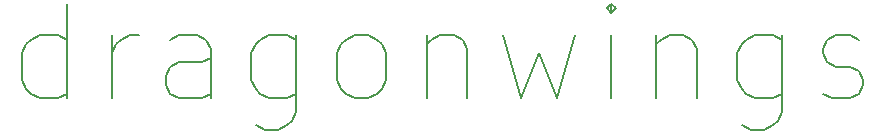
<source format=gto>
%TF.GenerationSoftware,KiCad,Pcbnew,6.0.2+dfsg-1*%
%TF.CreationDate,2022-07-25T18:36:23+02:00*%
%TF.ProjectId,dragonwings_backplate,64726167-6f6e-4776-996e-67735f626163,rev?*%
%TF.SameCoordinates,Original*%
%TF.FileFunction,Legend,Top*%
%TF.FilePolarity,Positive*%
%FSLAX46Y46*%
G04 Gerber Fmt 4.6, Leading zero omitted, Abs format (unit mm)*
G04 Created by KiCad (PCBNEW 6.0.2+dfsg-1) date 2022-07-25 18:36:23*
%MOMM*%
%LPD*%
G01*
G04 APERTURE LIST*
%ADD10C,0.150000*%
%ADD11C,5.000000*%
%ADD12C,2.200000*%
G04 APERTURE END LIST*
D10*
X128190476Y-107819047D02*
X128190476Y-99819047D01*
X128190476Y-107438095D02*
X127428571Y-107819047D01*
X125904761Y-107819047D01*
X125142857Y-107438095D01*
X124761904Y-107057142D01*
X124380952Y-106295238D01*
X124380952Y-104009523D01*
X124761904Y-103247619D01*
X125142857Y-102866666D01*
X125904761Y-102485714D01*
X127428571Y-102485714D01*
X128190476Y-102866666D01*
X132000000Y-107819047D02*
X132000000Y-102485714D01*
X132000000Y-104009523D02*
X132380952Y-103247619D01*
X132761904Y-102866666D01*
X133523809Y-102485714D01*
X134285714Y-102485714D01*
X140380952Y-107819047D02*
X140380952Y-103628571D01*
X140000000Y-102866666D01*
X139238095Y-102485714D01*
X137714285Y-102485714D01*
X136952380Y-102866666D01*
X140380952Y-107438095D02*
X139619047Y-107819047D01*
X137714285Y-107819047D01*
X136952380Y-107438095D01*
X136571428Y-106676190D01*
X136571428Y-105914285D01*
X136952380Y-105152380D01*
X137714285Y-104771428D01*
X139619047Y-104771428D01*
X140380952Y-104390476D01*
X147619047Y-102485714D02*
X147619047Y-108961904D01*
X147238095Y-109723809D01*
X146857142Y-110104761D01*
X146095238Y-110485714D01*
X144952380Y-110485714D01*
X144190476Y-110104761D01*
X147619047Y-107438095D02*
X146857142Y-107819047D01*
X145333333Y-107819047D01*
X144571428Y-107438095D01*
X144190476Y-107057142D01*
X143809523Y-106295238D01*
X143809523Y-104009523D01*
X144190476Y-103247619D01*
X144571428Y-102866666D01*
X145333333Y-102485714D01*
X146857142Y-102485714D01*
X147619047Y-102866666D01*
X152571428Y-107819047D02*
X151809523Y-107438095D01*
X151428571Y-107057142D01*
X151047619Y-106295238D01*
X151047619Y-104009523D01*
X151428571Y-103247619D01*
X151809523Y-102866666D01*
X152571428Y-102485714D01*
X153714285Y-102485714D01*
X154476190Y-102866666D01*
X154857142Y-103247619D01*
X155238095Y-104009523D01*
X155238095Y-106295238D01*
X154857142Y-107057142D01*
X154476190Y-107438095D01*
X153714285Y-107819047D01*
X152571428Y-107819047D01*
X158666666Y-102485714D02*
X158666666Y-107819047D01*
X158666666Y-103247619D02*
X159047619Y-102866666D01*
X159809523Y-102485714D01*
X160952380Y-102485714D01*
X161714285Y-102866666D01*
X162095238Y-103628571D01*
X162095238Y-107819047D01*
X165142857Y-102485714D02*
X166666666Y-107819047D01*
X168190476Y-104009523D01*
X169714285Y-107819047D01*
X171238095Y-102485714D01*
X174285714Y-107819047D02*
X174285714Y-102485714D01*
X174285714Y-99819047D02*
X173904761Y-100200000D01*
X174285714Y-100580952D01*
X174666666Y-100200000D01*
X174285714Y-99819047D01*
X174285714Y-100580952D01*
X178095238Y-102485714D02*
X178095238Y-107819047D01*
X178095238Y-103247619D02*
X178476190Y-102866666D01*
X179238095Y-102485714D01*
X180380952Y-102485714D01*
X181142857Y-102866666D01*
X181523809Y-103628571D01*
X181523809Y-107819047D01*
X188761904Y-102485714D02*
X188761904Y-108961904D01*
X188380952Y-109723809D01*
X188000000Y-110104761D01*
X187238095Y-110485714D01*
X186095238Y-110485714D01*
X185333333Y-110104761D01*
X188761904Y-107438095D02*
X188000000Y-107819047D01*
X186476190Y-107819047D01*
X185714285Y-107438095D01*
X185333333Y-107057142D01*
X184952380Y-106295238D01*
X184952380Y-104009523D01*
X185333333Y-103247619D01*
X185714285Y-102866666D01*
X186476190Y-102485714D01*
X188000000Y-102485714D01*
X188761904Y-102866666D01*
X192190476Y-107438095D02*
X192952380Y-107819047D01*
X194476190Y-107819047D01*
X195238095Y-107438095D01*
X195619047Y-106676190D01*
X195619047Y-106295238D01*
X195238095Y-105533333D01*
X194476190Y-105152380D01*
X193333333Y-105152380D01*
X192571428Y-104771428D01*
X192190476Y-104009523D01*
X192190476Y-103628571D01*
X192571428Y-102866666D01*
X193333333Y-102485714D01*
X194476190Y-102485714D01*
X195238095Y-102866666D01*
%LPC*%
D11*
X245000000Y-30000000D03*
X65000000Y-75000000D03*
D12*
X25000000Y-39000000D03*
D11*
X160000000Y-114000000D03*
D12*
X221000000Y-36000000D03*
D11*
X75000000Y-30000000D03*
X255000000Y-75000000D03*
D12*
X295000000Y-39000000D03*
X245000000Y-84000000D03*
X99000000Y-36000000D03*
X75000000Y-84000000D03*
X160000000Y-120000000D03*
M02*

</source>
